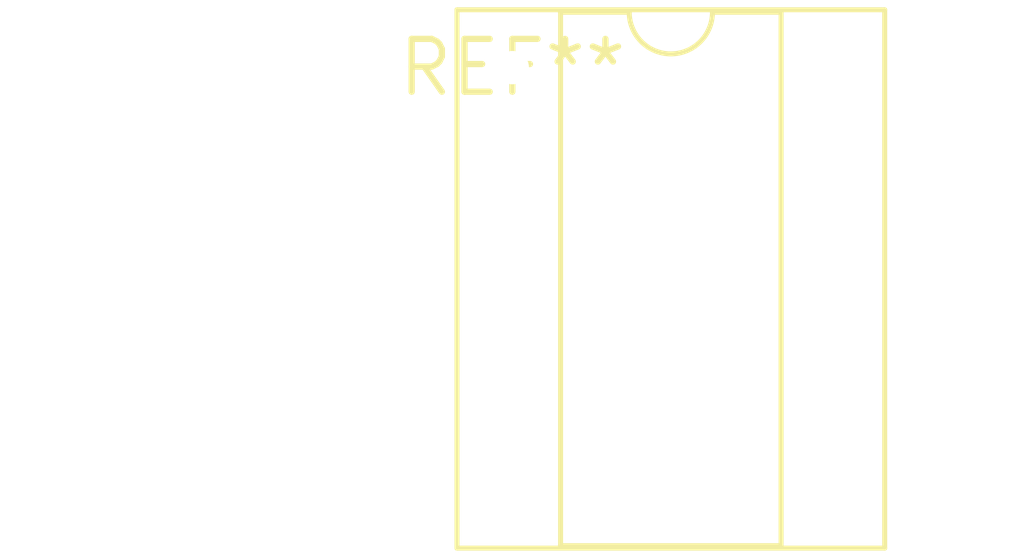
<source format=kicad_pcb>
(kicad_pcb (version 20240108) (generator pcbnew)
  (layers (0 "F.Cu" signal) (31 "B.Cu" signal) (34 "B.Paste" user) (35 "F.Paste" user) (36 "B.SilkS" user "B.Silkscreen") (37 "F.SilkS" user "F.Silkscreen") (38 "B.Mask" user) (39 "F.Mask" user) (44 "Edge.Cuts" user))
  (net 0 "")
  (footprint "DIP-10_W7.62mm_Socket" (layer "F.Cu") (at 0 0)
    (property "Reference" "REF**")
    (property "Value" "DIP-10_W7.62mm_Socket")
    (fp_line (start -1.33 -1.39) (end -1.33 11.55) (layer "F.SilkS") (stroke (width 0.12)))
    (fp_line (start -1.33 11.55) (end 8.95 11.55) (layer "F.SilkS") (stroke (width 0.12)))
    (fp_line (start 1.16 -1.33) (end 1.16 11.49) (layer "F.SilkS") (stroke (width 0.12)))
    (fp_line (start 1.16 11.49) (end 6.46 11.49) (layer "F.SilkS") (stroke (width 0.12)))
    (fp_line (start 2.81 -1.33) (end 1.16 -1.33) (layer "F.SilkS") (stroke (width 0.12)))
    (fp_line (start 6.46 -1.33) (end 4.81 -1.33) (layer "F.SilkS") (stroke (width 0.12)))
    (fp_line (start 6.46 11.49) (end 6.46 -1.33) (layer "F.SilkS") (stroke (width 0.12)))
    (fp_line (start 8.95 -1.39) (end -1.33 -1.39) (layer "F.SilkS") (stroke (width 0.12)))
    (fp_line (start 8.95 11.55) (end 8.95 -1.39) (layer "F.SilkS") (stroke (width 0.12)))
    (fp_arc (start 4.81 -1.33) (mid 3.81 -0.33) (end 2.81 -1.33) (layer "F.SilkS") (stroke (width 0.12)))
    (pad "1" thru_hole rect (at 0 0) (size 1.6 1.6) (drill 0.8) (layers *.Cu *.Mask) (remove_unused_layers))
    (pad "2" thru_hole oval (at 0 2.54) (size 1.6 1.6) (drill 0.8) (layers *.Cu *.Mask) (remove_unused_layers))
    (pad "3" thru_hole oval (at 0 5.08) (size 1.6 1.6) (drill 0.8) (layers *.Cu *.Mask) (remove_unused_layers))
    (pad "4" thru_hole oval (at 0 7.62) (size 1.6 1.6) (drill 0.8) (layers *.Cu *.Mask) (remove_unused_layers))
    (pad "5" thru_hole oval (at 0 10.16) (size 1.6 1.6) (drill 0.8) (layers *.Cu *.Mask) (remove_unused_layers))
    (pad "6" thru_hole oval (at 7.62 10.16) (size 1.6 1.6) (drill 0.8) (layers *.Cu *.Mask) (remove_unused_layers))
    (pad "7" thru_hole oval (at 7.62 7.62) (size 1.6 1.6) (drill 0.8) (layers *.Cu *.Mask) (remove_unused_layers))
    (pad "8" thru_hole oval (at 7.62 5.08) (size 1.6 1.6) (drill 0.8) (layers *.Cu *.Mask) (remove_unused_layers))
    (pad "9" thru_hole oval (at 7.62 2.54) (size 1.6 1.6) (drill 0.8) (layers *.Cu *.Mask) (remove_unused_layers))
    (pad "10" thru_hole oval (at 7.62 0) (size 1.6 1.6) (drill 0.8) (layers *.Cu *.Mask) (remove_unused_layers))
  )
)
</source>
